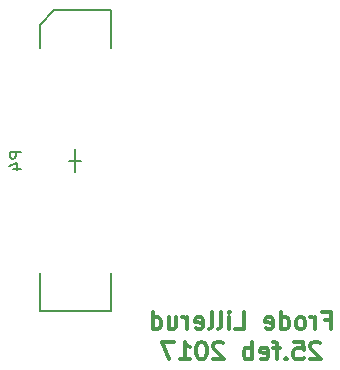
<source format=gbo>
G04 #@! TF.GenerationSoftware,KiCad,Pcbnew,no-vcs-found-7722~57~ubuntu16.04.1*
G04 #@! TF.CreationDate,2017-02-25T15:26:39+01:00*
G04 #@! TF.ProjectId,GhostSensorboard,47686F737453656E736F72626F617264,rev?*
G04 #@! TF.FileFunction,Legend,Bot*
G04 #@! TF.FilePolarity,Positive*
%FSLAX46Y46*%
G04 Gerber Fmt 4.6, Leading zero omitted, Abs format (unit mm)*
G04 Created by KiCad (PCBNEW no-vcs-found-7722~57~ubuntu16.04.1) date Sat Feb 25 15:26:39 2017*
%MOMM*%
%LPD*%
G01*
G04 APERTURE LIST*
%ADD10C,0.100000*%
%ADD11C,0.300000*%
%ADD12C,0.150000*%
G04 APERTURE END LIST*
D10*
D11*
X130754034Y-113913537D02*
X131254034Y-113913537D01*
X131254034Y-114699251D02*
X131254034Y-113199251D01*
X130539748Y-113199251D01*
X129968320Y-114699251D02*
X129968320Y-113699251D01*
X129968320Y-113984965D02*
X129896891Y-113842108D01*
X129825462Y-113770680D01*
X129682605Y-113699251D01*
X129539748Y-113699251D01*
X128825462Y-114699251D02*
X128968320Y-114627822D01*
X129039748Y-114556394D01*
X129111177Y-114413537D01*
X129111177Y-113984965D01*
X129039748Y-113842108D01*
X128968320Y-113770680D01*
X128825462Y-113699251D01*
X128611177Y-113699251D01*
X128468320Y-113770680D01*
X128396891Y-113842108D01*
X128325462Y-113984965D01*
X128325462Y-114413537D01*
X128396891Y-114556394D01*
X128468320Y-114627822D01*
X128611177Y-114699251D01*
X128825462Y-114699251D01*
X127039748Y-114699251D02*
X127039748Y-113199251D01*
X127039748Y-114627822D02*
X127182605Y-114699251D01*
X127468320Y-114699251D01*
X127611177Y-114627822D01*
X127682605Y-114556394D01*
X127754034Y-114413537D01*
X127754034Y-113984965D01*
X127682605Y-113842108D01*
X127611177Y-113770680D01*
X127468320Y-113699251D01*
X127182605Y-113699251D01*
X127039748Y-113770680D01*
X125754034Y-114627822D02*
X125896891Y-114699251D01*
X126182605Y-114699251D01*
X126325462Y-114627822D01*
X126396891Y-114484965D01*
X126396891Y-113913537D01*
X126325462Y-113770680D01*
X126182605Y-113699251D01*
X125896891Y-113699251D01*
X125754034Y-113770680D01*
X125682605Y-113913537D01*
X125682605Y-114056394D01*
X126396891Y-114199251D01*
X123182605Y-114699251D02*
X123896891Y-114699251D01*
X123896891Y-113199251D01*
X122682605Y-114699251D02*
X122682605Y-113699251D01*
X122682605Y-113199251D02*
X122754034Y-113270680D01*
X122682605Y-113342108D01*
X122611177Y-113270680D01*
X122682605Y-113199251D01*
X122682605Y-113342108D01*
X121754034Y-114699251D02*
X121896891Y-114627822D01*
X121968320Y-114484965D01*
X121968320Y-113199251D01*
X120968320Y-114699251D02*
X121111177Y-114627822D01*
X121182605Y-114484965D01*
X121182605Y-113199251D01*
X119825462Y-114627822D02*
X119968320Y-114699251D01*
X120254034Y-114699251D01*
X120396891Y-114627822D01*
X120468320Y-114484965D01*
X120468320Y-113913537D01*
X120396891Y-113770680D01*
X120254034Y-113699251D01*
X119968320Y-113699251D01*
X119825462Y-113770680D01*
X119754034Y-113913537D01*
X119754034Y-114056394D01*
X120468320Y-114199251D01*
X119111177Y-114699251D02*
X119111177Y-113699251D01*
X119111177Y-113984965D02*
X119039748Y-113842108D01*
X118968320Y-113770680D01*
X118825462Y-113699251D01*
X118682605Y-113699251D01*
X117539748Y-113699251D02*
X117539748Y-114699251D01*
X118182605Y-113699251D02*
X118182605Y-114484965D01*
X118111177Y-114627822D01*
X117968320Y-114699251D01*
X117754034Y-114699251D01*
X117611177Y-114627822D01*
X117539748Y-114556394D01*
X116182605Y-114699251D02*
X116182605Y-113199251D01*
X116182605Y-114627822D02*
X116325462Y-114699251D01*
X116611177Y-114699251D01*
X116754034Y-114627822D01*
X116825462Y-114556394D01*
X116896891Y-114413537D01*
X116896891Y-113984965D01*
X116825462Y-113842108D01*
X116754034Y-113770680D01*
X116611177Y-113699251D01*
X116325462Y-113699251D01*
X116182605Y-113770680D01*
X130396891Y-115892108D02*
X130325462Y-115820680D01*
X130182605Y-115749251D01*
X129825462Y-115749251D01*
X129682605Y-115820680D01*
X129611177Y-115892108D01*
X129539748Y-116034965D01*
X129539748Y-116177822D01*
X129611177Y-116392108D01*
X130468320Y-117249251D01*
X129539748Y-117249251D01*
X128182605Y-115749251D02*
X128896891Y-115749251D01*
X128968320Y-116463537D01*
X128896891Y-116392108D01*
X128754034Y-116320680D01*
X128396891Y-116320680D01*
X128254034Y-116392108D01*
X128182605Y-116463537D01*
X128111177Y-116606394D01*
X128111177Y-116963537D01*
X128182605Y-117106394D01*
X128254034Y-117177822D01*
X128396891Y-117249251D01*
X128754034Y-117249251D01*
X128896891Y-117177822D01*
X128968320Y-117106394D01*
X127468320Y-117106394D02*
X127396891Y-117177822D01*
X127468320Y-117249251D01*
X127539748Y-117177822D01*
X127468320Y-117106394D01*
X127468320Y-117249251D01*
X126968320Y-116249251D02*
X126396891Y-116249251D01*
X126754034Y-117249251D02*
X126754034Y-115963537D01*
X126682605Y-115820680D01*
X126539748Y-115749251D01*
X126396891Y-115749251D01*
X125325462Y-117177822D02*
X125468320Y-117249251D01*
X125754034Y-117249251D01*
X125896891Y-117177822D01*
X125968320Y-117034965D01*
X125968320Y-116463537D01*
X125896891Y-116320680D01*
X125754034Y-116249251D01*
X125468320Y-116249251D01*
X125325462Y-116320680D01*
X125254034Y-116463537D01*
X125254034Y-116606394D01*
X125968320Y-116749251D01*
X124611177Y-117249251D02*
X124611177Y-115749251D01*
X124611177Y-116320680D02*
X124468320Y-116249251D01*
X124182605Y-116249251D01*
X124039748Y-116320680D01*
X123968320Y-116392108D01*
X123896891Y-116534965D01*
X123896891Y-116963537D01*
X123968320Y-117106394D01*
X124039748Y-117177822D01*
X124182605Y-117249251D01*
X124468320Y-117249251D01*
X124611177Y-117177822D01*
X122182605Y-115892108D02*
X122111177Y-115820680D01*
X121968320Y-115749251D01*
X121611177Y-115749251D01*
X121468320Y-115820680D01*
X121396891Y-115892108D01*
X121325462Y-116034965D01*
X121325462Y-116177822D01*
X121396891Y-116392108D01*
X122254034Y-117249251D01*
X121325462Y-117249251D01*
X120396891Y-115749251D02*
X120254034Y-115749251D01*
X120111177Y-115820680D01*
X120039748Y-115892108D01*
X119968320Y-116034965D01*
X119896891Y-116320680D01*
X119896891Y-116677822D01*
X119968320Y-116963537D01*
X120039748Y-117106394D01*
X120111177Y-117177822D01*
X120254034Y-117249251D01*
X120396891Y-117249251D01*
X120539748Y-117177822D01*
X120611177Y-117106394D01*
X120682605Y-116963537D01*
X120754034Y-116677822D01*
X120754034Y-116320680D01*
X120682605Y-116034965D01*
X120611177Y-115892108D01*
X120539748Y-115820680D01*
X120396891Y-115749251D01*
X118468320Y-117249251D02*
X119325462Y-117249251D01*
X118896891Y-117249251D02*
X118896891Y-115749251D01*
X119039748Y-115963537D01*
X119182605Y-116106394D01*
X119325462Y-116177822D01*
X117968320Y-115749251D02*
X116968320Y-115749251D01*
X117611177Y-117249251D01*
D12*
X109618780Y-100411280D02*
X110118780Y-100411280D01*
X109618780Y-100411280D02*
X109118780Y-100411280D01*
X109618780Y-100411280D02*
X109618780Y-99411280D01*
X109618780Y-100411280D02*
X109618780Y-101411280D01*
X107868780Y-87661280D02*
X112618780Y-87661280D01*
X106618780Y-88911280D02*
X107868780Y-87661280D01*
X106618780Y-88911280D02*
X106618780Y-90911280D01*
X112618780Y-90911280D02*
X112618780Y-87661280D01*
X112618780Y-113161280D02*
X112618780Y-109911280D01*
X106618780Y-113161280D02*
X112618780Y-113161280D01*
X106618780Y-109911280D02*
X106618780Y-113161280D01*
X105071160Y-99673184D02*
X104071160Y-99673184D01*
X104071160Y-100054137D01*
X104118780Y-100149375D01*
X104166399Y-100196994D01*
X104261637Y-100244613D01*
X104404494Y-100244613D01*
X104499732Y-100196994D01*
X104547351Y-100149375D01*
X104594970Y-100054137D01*
X104594970Y-99673184D01*
X104404494Y-101101756D02*
X105071160Y-101101756D01*
X104023541Y-100863660D02*
X104737827Y-100625565D01*
X104737827Y-101244613D01*
M02*

</source>
